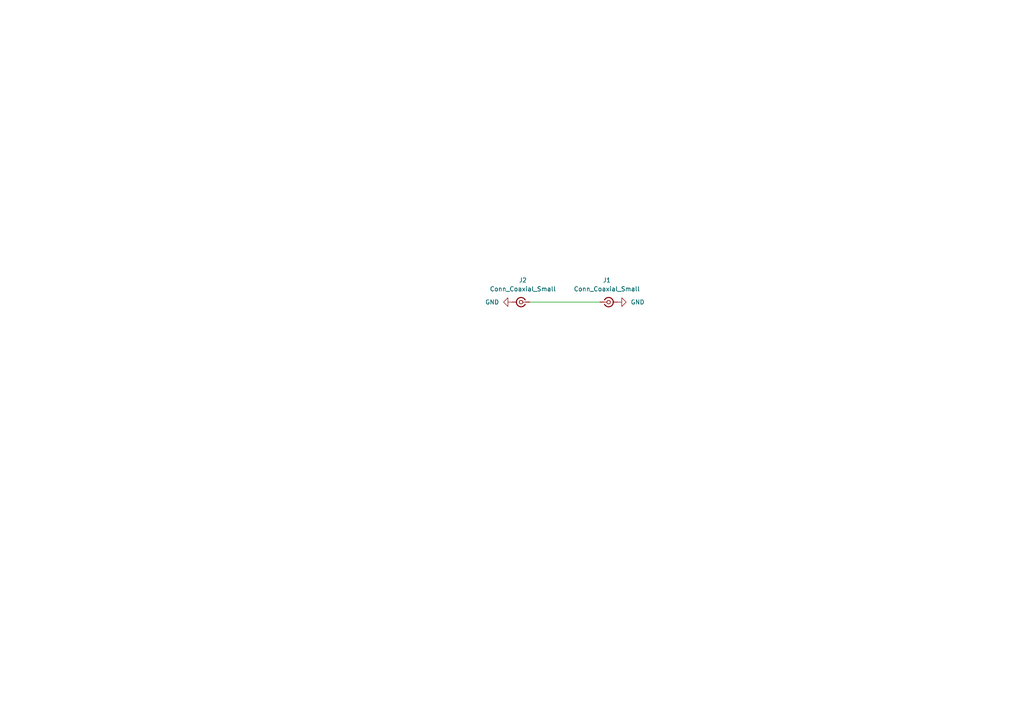
<source format=kicad_sch>
(kicad_sch (version 20231120) (generator "eeschema") (generator_version "8.0")
  (paper "A4")
  (lib_symbols
    (symbol "Connector:Conn_Coaxial_Small" (pin_numbers hide) (pin_names (offset 1.016) hide)
      (property "Reference" "J" (at 0.254 3.048 0))
      (property "Value" "Conn_Coaxial_Small" (at 0 -3.81 0))
      (symbol "Conn_Coaxial_Small_0_1"
        (polyline (pts (xy -2.54 0) (xy -0.508 0)))
        (circle (center 0 0) (radius 0.508) (stroke (width 0.2032)))
      )
      (symbol "Conn_Coaxial_Small_1_1"
        (arc (start -1.1916 -0.6311) (mid 0.327 -1.3081) (end 1.3484 0.0039) (stroke (width 0.3048)))
        (arc (start 1.3484 -0.0039) (mid 0.327 1.3081) (end -1.1916 0.6311) (stroke (width 0.3048)))
        (pin passive line (at -2.54 0 0) (length 1.27) (name "In") (number "1"))
        (pin passive line (at 2.54 0 180) (length 1.27) (name "Ext") (number "2"))
      )
    )
    (symbol "power:GND" (power) (pin_numbers hide) (pin_names (offset 0) hide)
      (property "Value" "GND" (at 0 -3.81 0))
      (symbol "GND_0_1"
        (polyline (pts (xy 0 0) (xy 0 -1.27) (xy 1.27 -1.27) (xy 0 -2.54) (xy -1.27 -1.27) (xy 0 -1.27)))
      )
      (symbol "GND_1_1"
        (pin power_in line (at 0 0 270) (length 0) (name "~") (number "1"))
      )
    )
  )
  (wire (pts (xy 153.67 87.63) (xy 173.99 87.63)))
  (symbol (lib_id "power:GND") (at 179.07 87.63 90) (unit 1)
    (property "Reference" "#PWR01" (effects (hide yes)))
    (property "Value" "GND" (at 182.88 87.6299 90) (effects (justify right)))
    (property "Description" "Power symbol creates a global label with name \"GND\" , ground" (effects (hide yes)))
  )
  (symbol (lib_id "Connector:Conn_Coaxial_Small") (at 151.13 87.63 0) (mirror y) (unit 1)
    (property "Reference" "J2" (at 151.6496 81.28 0))
    (property "Value" "Conn_Coaxial_Small" (at 151.6496 83.82 0))
    (property "Footprint" "Connector_Coaxial:SMA_Molex_73251-1153_EdgeMount_Horizontal" (effects (hide yes)))
    (property "Datasheet" " ~" (effects (hide yes)))
    (property "Description" "small coaxial connector (BNC, SMA, SMB, SMC, Cinch/RCA, LEMO, ...)" (effects (hide yes)))
  )
  (symbol (lib_id "Connector:Conn_Coaxial_Small") (at 176.53 87.63 0) (unit 1)
    (property "Reference" "J1" (at 176.0104 81.28 0))
    (property "Value" "Conn_Coaxial_Small" (at 176.0104 83.82 0))
    (property "Footprint" "Connector_Coaxial:SMA_Molex_73251-1153_EdgeMount_Horizontal" (effects (hide yes)))
    (property "Datasheet" " ~" (effects (hide yes)))
    (property "Description" "small coaxial connector (BNC, SMA, SMB, SMC, Cinch/RCA, LEMO, ...)" (effects (hide yes)))
  )
  (symbol (lib_id "power:GND") (at 148.59 87.63 270) (mirror x) (unit 1)
    (property "Reference" "#PWR02" (effects (hide yes)))
    (property "Value" "GND" (at 144.78 87.6299 90) (effects (justify right)))
    (property "Description" "Power symbol creates a global label with name \"GND\" , ground" (effects (hide yes)))
  )
)
</source>
